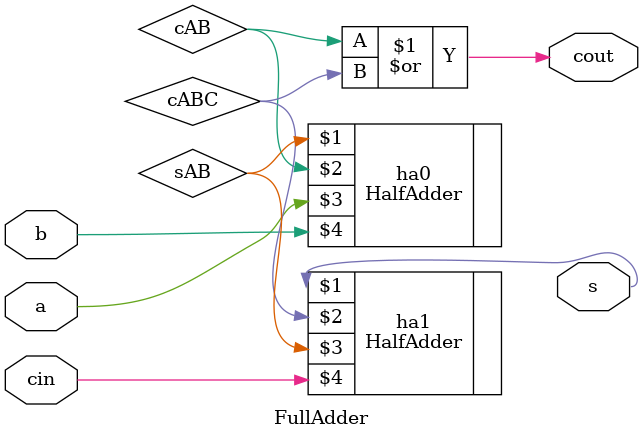
<source format=v>
/* módulo FullAdder */

`ifndef _FullAdder_
`define _FullAdder_

`include "HalfAdder.v"

module FullAdder(s, cout, a, b, cin);
    input a, b, cin;
    output s, cout;
    wire sAB, cAB, cABC;

    HalfAdder ha0(sAB, cAB, a, b);
    HalfAdder ha1(s, cABC, sAB, cin);
    or o0(cout, cAB, cABC);


    // Descrição de conexões internas do módulo

endmodule

`endif

</source>
